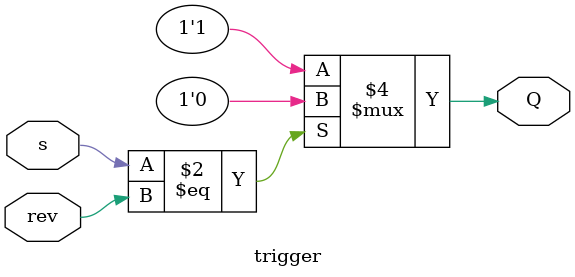
<source format=v>
module trigger(
	input wire s,
	input wire rev,
	output reg Q);
	always@ (s or rev)
	if (s == rev)
		Q = 0;
	else
		Q = 1;
endmodule

</source>
